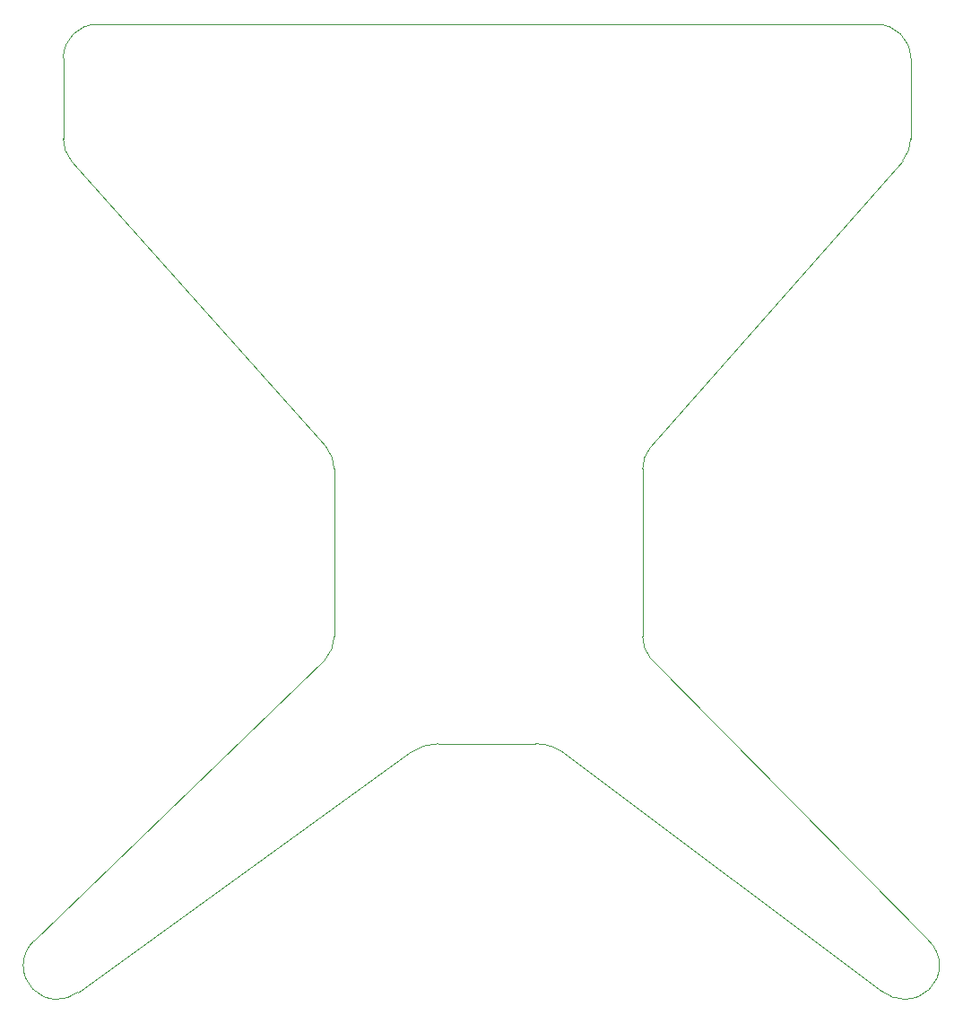
<source format=gm1>
G04 #@! TF.GenerationSoftware,KiCad,Pcbnew,5.1.10-1.fc34*
G04 #@! TF.CreationDate,2021-07-25T00:14:55-03:00*
G04 #@! TF.ProjectId,rf-splitter,72662d73-706c-4697-9474-65722e6b6963,v0.0*
G04 #@! TF.SameCoordinates,Original*
G04 #@! TF.FileFunction,Profile,NP*
%FSLAX46Y46*%
G04 Gerber Fmt 4.6, Leading zero omitted, Abs format (unit mm)*
G04 Created by KiCad (PCBNEW 5.1.10-1.fc34) date 2021-07-25 00:14:55*
%MOMM*%
%LPD*%
G01*
G04 APERTURE LIST*
G04 #@! TA.AperFunction,Profile*
%ADD10C,0.050000*%
G04 #@! TD*
G04 APERTURE END LIST*
D10*
X168470000Y-136420000D02*
G75*
G02*
X165210000Y-139590000I-3215000J45000D01*
G01*
X165210000Y-139590000D02*
X165055413Y-139587565D01*
X130314600Y-115487819D02*
G75*
G02*
X133350000Y-116636800I0J-4583981D01*
G01*
X165055433Y-139586108D02*
G75*
G02*
X163068000Y-138861800I44567J3211108D01*
G01*
X133350000Y-116636800D02*
X163068000Y-138861800D01*
X87081540Y-138943924D02*
G75*
G02*
X85085349Y-139610095I-1951540J2523924D01*
G01*
X87081540Y-138943924D02*
X118389400Y-116408200D01*
X118389331Y-116408108D02*
G75*
G02*
X121145400Y-115487200I2756069J-3663692D01*
G01*
X125730000Y-115487200D02*
X130314600Y-115487200D01*
X121145400Y-115487200D02*
X125730000Y-115487200D01*
X167426527Y-134047000D02*
G75*
G02*
X168470000Y-136420000I-2176527J-2373000D01*
G01*
X141196721Y-107469014D02*
G75*
G02*
X140430000Y-105400000I2408279J2069014D01*
G01*
X141198600Y-107467400D02*
X167426527Y-134047000D01*
X81939869Y-136377950D02*
G75*
G02*
X82981800Y-134061200I3190131J-42050D01*
G01*
X111296762Y-105400000D02*
G75*
G02*
X110439199Y-107568999I-3171762J0D01*
G01*
X110439200Y-107569000D02*
X82981800Y-134061200D01*
X141164554Y-87529028D02*
X164999103Y-60452585D01*
X164999103Y-60452585D02*
G75*
G03*
X165735000Y-58420000I-2439103J2032585D01*
G01*
X141164554Y-87529028D02*
G75*
G03*
X140430000Y-89560000I2440446J-2030972D01*
G01*
X86460897Y-60452585D02*
G75*
G02*
X85725000Y-58420000I2439103J2032585D01*
G01*
X110565446Y-87529028D02*
G75*
G02*
X111300000Y-89560000I-2440446J-2030972D01*
G01*
X110566200Y-87528400D02*
X86461600Y-60452000D01*
X88900000Y-47625000D02*
X162560000Y-47625000D01*
X165735000Y-50800000D02*
X165735000Y-58420000D01*
X85725000Y-50800000D02*
X85725000Y-58420000D01*
X111300000Y-89560000D02*
X111300000Y-105400000D01*
X140430000Y-89560000D02*
X140430000Y-105400000D01*
X85085349Y-139610095D02*
G75*
G02*
X81939870Y-136377950I44651J3190095D01*
G01*
X162560000Y-47625000D02*
G75*
G02*
X165735000Y-50800000I0J-3175000D01*
G01*
X85725000Y-50800000D02*
G75*
G02*
X88900000Y-47625000I3175000J0D01*
G01*
M02*

</source>
